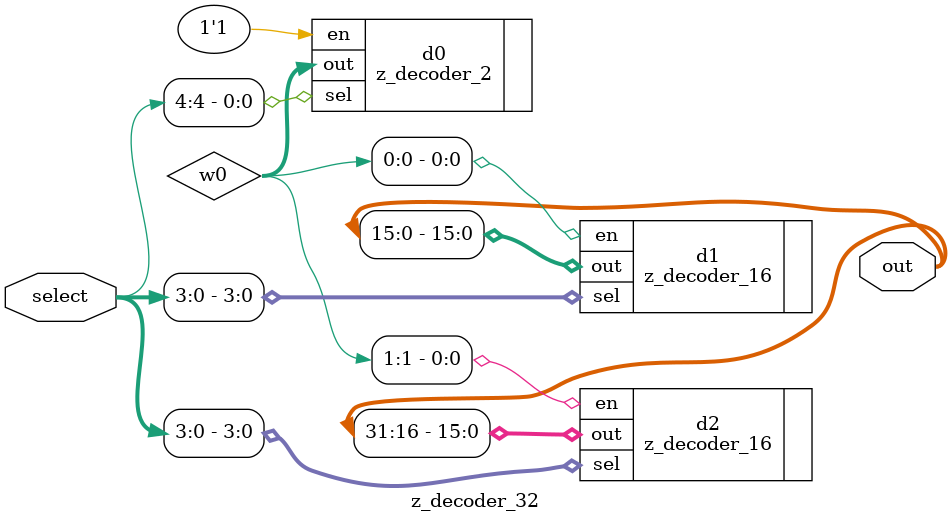
<source format=v>
module z_decoder_32(select, out);
	input [4:0] select;
	output [31:0] out;
	
	wire [1:0] w0;
	
	z_decoder_2 d0(.sel(select[4]), .en(1'b1), .out(w0));
	
	z_decoder_16 d1(.sel(select[3:0]), .en(w0[0]), .out(out[15:0]));
	z_decoder_16 d2(.sel(select[3:0]), .en(w0[1]), .out(out[31:16]));

	


	/*wire w0, w1, w2, w3, w4;

	not not0(w0, select[0]);
	not not1(w1, select[1]);
	not not2(w2, select[2]);
	not not3(w3, select[3]);
	not not4(w4, select[4]);

	and and0(out[0], w4, w3, w2, w1, w0);
	and and1(out[1], w4, w3, w2, w1, select[0]);
	and and2(out[2], w4, w3, w2, select[1], w0);
	and and3(out[3], w4, w3, w2, select[1], select[0]);
	and and4(out[4], w4, w3, select[2], w1, w0);
	and and5(out[5], w4, w3, select[2], w1, select[0]);
	and and6(out[6], w4, w3, select[2], select[1], w0);
	and and7(out[7], w4, w3, select[2], select[1], select[0]);
	and and8(out[8], w4, select[3], w2, w1, w0);
	and and9(out[9], w4, select[3], w2, w1, select[0]);
	and and10(out[10], w4, select[3], w2, select[1], w0);
	and and11(out[11], w4, select[3], w2, select[1], select[0]);
	and and12(out[12], w4, select[3], select[2], w1, w0);
	and and13(out[13], w4, select[3], select[2], w1, select[0]);
	and and14(out[14], w4, select[3], select[2], select[1], w0);
	and and15(out[15], w4, select[3], select[2], select[1], select[0]);
	and and16(out[16], select[4], w3, w2, w1, w0);
	and and17(out[17], select[4], w3, w2, w1, select[0]);
	and and18(out[18], select[4], w3, w2, select[1], w0);
	and and19(out[19], select[4], w3, w2, select[1], select[0]);
	and and20(out[20], select[4], w3, select[2], w1, w0);
	and and21(out[21], select[4], w3, select[2], w1, select[0]);
	and and22(out[22], select[4], w3, select[2], select[1], w0);
	and and23(out[23], select[4], w3, select[2], select[1], select[0]);
	and and24(out[24], select[4], select[3], w2, w1, w0);
	and and25(out[25], select[4], select[3], w2, w1, select[0]);
	and and26(out[26], select[4], select[3], w2, select[1], w0);
	and and27(out[27], select[4], select[3], w2, select[1], select[0]);
	and and28(out[28], select[4], select[3], select[2], w1, w0);
	and and29(out[29], select[4], select[3], select[2], w1, select[0]);
	and and30(out[30], select[4], select[3], select[2], select[1], w0);
	and and31(out[31], select[4], select[3], select[2], select[1], select[0]);*/

endmodule
</source>
